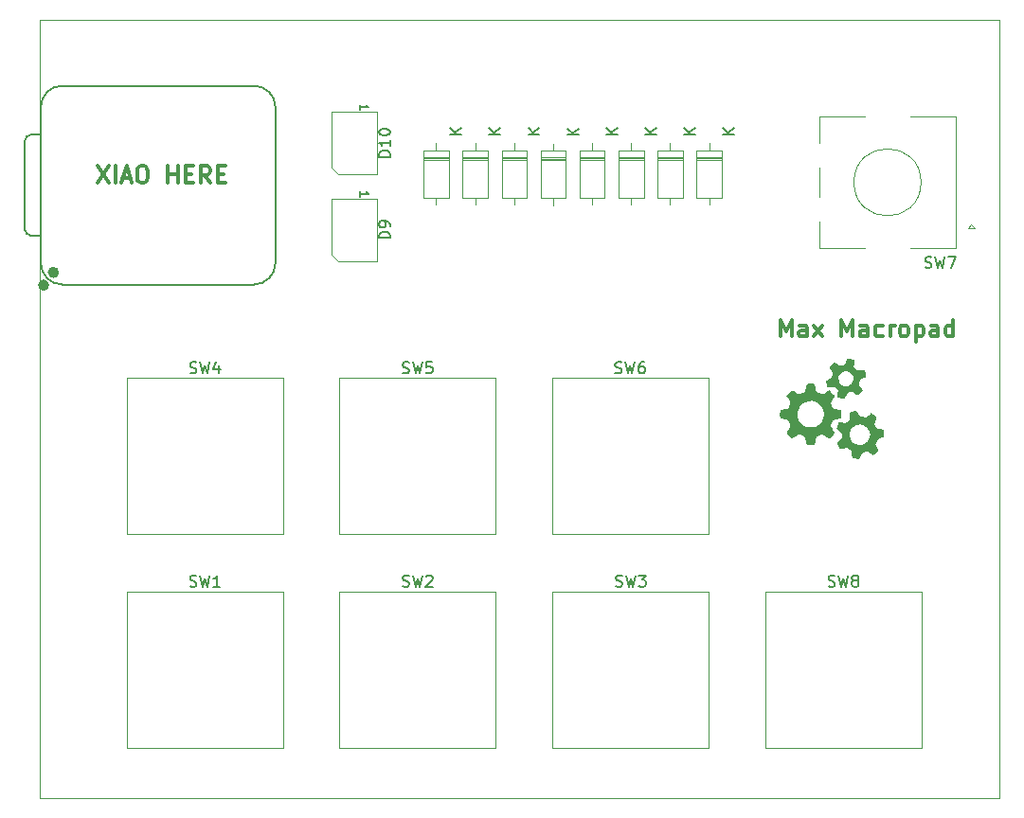
<source format=gto>
%TF.GenerationSoftware,KiCad,Pcbnew,9.0.7*%
%TF.CreationDate,2026-02-20T22:18:56+01:00*%
%TF.ProjectId,Schematic.kicad_pcb_2,53636865-6d61-4746-9963-2e6b69636164,rev?*%
%TF.SameCoordinates,Original*%
%TF.FileFunction,Legend,Top*%
%TF.FilePolarity,Positive*%
%FSLAX46Y46*%
G04 Gerber Fmt 4.6, Leading zero omitted, Abs format (unit mm)*
G04 Created by KiCad (PCBNEW 9.0.7) date 2026-02-20 22:18:56*
%MOMM*%
%LPD*%
G01*
G04 APERTURE LIST*
%ADD10C,0.300000*%
%ADD11C,0.150000*%
%ADD12C,0.120000*%
%ADD13C,0.000000*%
%ADD14C,0.127000*%
%ADD15C,0.100000*%
%ADD16C,0.504000*%
%TA.AperFunction,Profile*%
%ADD17C,0.050000*%
%TD*%
G04 APERTURE END LIST*
D10*
X23161653Y-28050828D02*
X24161653Y-29550828D01*
X24161653Y-28050828D02*
X23161653Y-29550828D01*
X24733081Y-29550828D02*
X24733081Y-28050828D01*
X25375939Y-29122257D02*
X26090225Y-29122257D01*
X25233082Y-29550828D02*
X25733082Y-28050828D01*
X25733082Y-28050828D02*
X26233082Y-29550828D01*
X27018796Y-28050828D02*
X27304510Y-28050828D01*
X27304510Y-28050828D02*
X27447367Y-28122257D01*
X27447367Y-28122257D02*
X27590224Y-28265114D01*
X27590224Y-28265114D02*
X27661653Y-28550828D01*
X27661653Y-28550828D02*
X27661653Y-29050828D01*
X27661653Y-29050828D02*
X27590224Y-29336542D01*
X27590224Y-29336542D02*
X27447367Y-29479400D01*
X27447367Y-29479400D02*
X27304510Y-29550828D01*
X27304510Y-29550828D02*
X27018796Y-29550828D01*
X27018796Y-29550828D02*
X26875939Y-29479400D01*
X26875939Y-29479400D02*
X26733081Y-29336542D01*
X26733081Y-29336542D02*
X26661653Y-29050828D01*
X26661653Y-29050828D02*
X26661653Y-28550828D01*
X26661653Y-28550828D02*
X26733081Y-28265114D01*
X26733081Y-28265114D02*
X26875939Y-28122257D01*
X26875939Y-28122257D02*
X27018796Y-28050828D01*
X29447367Y-29550828D02*
X29447367Y-28050828D01*
X29447367Y-28765114D02*
X30304510Y-28765114D01*
X30304510Y-29550828D02*
X30304510Y-28050828D01*
X31018796Y-28765114D02*
X31518796Y-28765114D01*
X31733082Y-29550828D02*
X31018796Y-29550828D01*
X31018796Y-29550828D02*
X31018796Y-28050828D01*
X31018796Y-28050828D02*
X31733082Y-28050828D01*
X33233082Y-29550828D02*
X32733082Y-28836542D01*
X32375939Y-29550828D02*
X32375939Y-28050828D01*
X32375939Y-28050828D02*
X32947368Y-28050828D01*
X32947368Y-28050828D02*
X33090225Y-28122257D01*
X33090225Y-28122257D02*
X33161654Y-28193685D01*
X33161654Y-28193685D02*
X33233082Y-28336542D01*
X33233082Y-28336542D02*
X33233082Y-28550828D01*
X33233082Y-28550828D02*
X33161654Y-28693685D01*
X33161654Y-28693685D02*
X33090225Y-28765114D01*
X33090225Y-28765114D02*
X32947368Y-28836542D01*
X32947368Y-28836542D02*
X32375939Y-28836542D01*
X33875939Y-28765114D02*
X34375939Y-28765114D01*
X34590225Y-29550828D02*
X33875939Y-29550828D01*
X33875939Y-29550828D02*
X33875939Y-28050828D01*
X33875939Y-28050828D02*
X34590225Y-28050828D01*
X84194510Y-43290828D02*
X84194510Y-41790828D01*
X84194510Y-41790828D02*
X84694510Y-42862257D01*
X84694510Y-42862257D02*
X85194510Y-41790828D01*
X85194510Y-41790828D02*
X85194510Y-43290828D01*
X86551654Y-43290828D02*
X86551654Y-42505114D01*
X86551654Y-42505114D02*
X86480225Y-42362257D01*
X86480225Y-42362257D02*
X86337368Y-42290828D01*
X86337368Y-42290828D02*
X86051654Y-42290828D01*
X86051654Y-42290828D02*
X85908796Y-42362257D01*
X86551654Y-43219400D02*
X86408796Y-43290828D01*
X86408796Y-43290828D02*
X86051654Y-43290828D01*
X86051654Y-43290828D02*
X85908796Y-43219400D01*
X85908796Y-43219400D02*
X85837368Y-43076542D01*
X85837368Y-43076542D02*
X85837368Y-42933685D01*
X85837368Y-42933685D02*
X85908796Y-42790828D01*
X85908796Y-42790828D02*
X86051654Y-42719400D01*
X86051654Y-42719400D02*
X86408796Y-42719400D01*
X86408796Y-42719400D02*
X86551654Y-42647971D01*
X87123082Y-43290828D02*
X87908797Y-42290828D01*
X87123082Y-42290828D02*
X87908797Y-43290828D01*
X89623082Y-43290828D02*
X89623082Y-41790828D01*
X89623082Y-41790828D02*
X90123082Y-42862257D01*
X90123082Y-42862257D02*
X90623082Y-41790828D01*
X90623082Y-41790828D02*
X90623082Y-43290828D01*
X91980226Y-43290828D02*
X91980226Y-42505114D01*
X91980226Y-42505114D02*
X91908797Y-42362257D01*
X91908797Y-42362257D02*
X91765940Y-42290828D01*
X91765940Y-42290828D02*
X91480226Y-42290828D01*
X91480226Y-42290828D02*
X91337368Y-42362257D01*
X91980226Y-43219400D02*
X91837368Y-43290828D01*
X91837368Y-43290828D02*
X91480226Y-43290828D01*
X91480226Y-43290828D02*
X91337368Y-43219400D01*
X91337368Y-43219400D02*
X91265940Y-43076542D01*
X91265940Y-43076542D02*
X91265940Y-42933685D01*
X91265940Y-42933685D02*
X91337368Y-42790828D01*
X91337368Y-42790828D02*
X91480226Y-42719400D01*
X91480226Y-42719400D02*
X91837368Y-42719400D01*
X91837368Y-42719400D02*
X91980226Y-42647971D01*
X93337369Y-43219400D02*
X93194511Y-43290828D01*
X93194511Y-43290828D02*
X92908797Y-43290828D01*
X92908797Y-43290828D02*
X92765940Y-43219400D01*
X92765940Y-43219400D02*
X92694511Y-43147971D01*
X92694511Y-43147971D02*
X92623083Y-43005114D01*
X92623083Y-43005114D02*
X92623083Y-42576542D01*
X92623083Y-42576542D02*
X92694511Y-42433685D01*
X92694511Y-42433685D02*
X92765940Y-42362257D01*
X92765940Y-42362257D02*
X92908797Y-42290828D01*
X92908797Y-42290828D02*
X93194511Y-42290828D01*
X93194511Y-42290828D02*
X93337369Y-42362257D01*
X93980225Y-43290828D02*
X93980225Y-42290828D01*
X93980225Y-42576542D02*
X94051654Y-42433685D01*
X94051654Y-42433685D02*
X94123083Y-42362257D01*
X94123083Y-42362257D02*
X94265940Y-42290828D01*
X94265940Y-42290828D02*
X94408797Y-42290828D01*
X95123082Y-43290828D02*
X94980225Y-43219400D01*
X94980225Y-43219400D02*
X94908796Y-43147971D01*
X94908796Y-43147971D02*
X94837368Y-43005114D01*
X94837368Y-43005114D02*
X94837368Y-42576542D01*
X94837368Y-42576542D02*
X94908796Y-42433685D01*
X94908796Y-42433685D02*
X94980225Y-42362257D01*
X94980225Y-42362257D02*
X95123082Y-42290828D01*
X95123082Y-42290828D02*
X95337368Y-42290828D01*
X95337368Y-42290828D02*
X95480225Y-42362257D01*
X95480225Y-42362257D02*
X95551654Y-42433685D01*
X95551654Y-42433685D02*
X95623082Y-42576542D01*
X95623082Y-42576542D02*
X95623082Y-43005114D01*
X95623082Y-43005114D02*
X95551654Y-43147971D01*
X95551654Y-43147971D02*
X95480225Y-43219400D01*
X95480225Y-43219400D02*
X95337368Y-43290828D01*
X95337368Y-43290828D02*
X95123082Y-43290828D01*
X96265939Y-42290828D02*
X96265939Y-43790828D01*
X96265939Y-42362257D02*
X96408797Y-42290828D01*
X96408797Y-42290828D02*
X96694511Y-42290828D01*
X96694511Y-42290828D02*
X96837368Y-42362257D01*
X96837368Y-42362257D02*
X96908797Y-42433685D01*
X96908797Y-42433685D02*
X96980225Y-42576542D01*
X96980225Y-42576542D02*
X96980225Y-43005114D01*
X96980225Y-43005114D02*
X96908797Y-43147971D01*
X96908797Y-43147971D02*
X96837368Y-43219400D01*
X96837368Y-43219400D02*
X96694511Y-43290828D01*
X96694511Y-43290828D02*
X96408797Y-43290828D01*
X96408797Y-43290828D02*
X96265939Y-43219400D01*
X98265940Y-43290828D02*
X98265940Y-42505114D01*
X98265940Y-42505114D02*
X98194511Y-42362257D01*
X98194511Y-42362257D02*
X98051654Y-42290828D01*
X98051654Y-42290828D02*
X97765940Y-42290828D01*
X97765940Y-42290828D02*
X97623082Y-42362257D01*
X98265940Y-43219400D02*
X98123082Y-43290828D01*
X98123082Y-43290828D02*
X97765940Y-43290828D01*
X97765940Y-43290828D02*
X97623082Y-43219400D01*
X97623082Y-43219400D02*
X97551654Y-43076542D01*
X97551654Y-43076542D02*
X97551654Y-42933685D01*
X97551654Y-42933685D02*
X97623082Y-42790828D01*
X97623082Y-42790828D02*
X97765940Y-42719400D01*
X97765940Y-42719400D02*
X98123082Y-42719400D01*
X98123082Y-42719400D02*
X98265940Y-42647971D01*
X99623083Y-43290828D02*
X99623083Y-41790828D01*
X99623083Y-43219400D02*
X99480225Y-43290828D01*
X99480225Y-43290828D02*
X99194511Y-43290828D01*
X99194511Y-43290828D02*
X99051654Y-43219400D01*
X99051654Y-43219400D02*
X98980225Y-43147971D01*
X98980225Y-43147971D02*
X98908797Y-43005114D01*
X98908797Y-43005114D02*
X98908797Y-42576542D01*
X98908797Y-42576542D02*
X98980225Y-42433685D01*
X98980225Y-42433685D02*
X99051654Y-42362257D01*
X99051654Y-42362257D02*
X99194511Y-42290828D01*
X99194511Y-42290828D02*
X99480225Y-42290828D01*
X99480225Y-42290828D02*
X99623083Y-42362257D01*
D11*
X97116667Y-37107200D02*
X97259524Y-37154819D01*
X97259524Y-37154819D02*
X97497619Y-37154819D01*
X97497619Y-37154819D02*
X97592857Y-37107200D01*
X97592857Y-37107200D02*
X97640476Y-37059580D01*
X97640476Y-37059580D02*
X97688095Y-36964342D01*
X97688095Y-36964342D02*
X97688095Y-36869104D01*
X97688095Y-36869104D02*
X97640476Y-36773866D01*
X97640476Y-36773866D02*
X97592857Y-36726247D01*
X97592857Y-36726247D02*
X97497619Y-36678628D01*
X97497619Y-36678628D02*
X97307143Y-36631009D01*
X97307143Y-36631009D02*
X97211905Y-36583390D01*
X97211905Y-36583390D02*
X97164286Y-36535771D01*
X97164286Y-36535771D02*
X97116667Y-36440533D01*
X97116667Y-36440533D02*
X97116667Y-36345295D01*
X97116667Y-36345295D02*
X97164286Y-36250057D01*
X97164286Y-36250057D02*
X97211905Y-36202438D01*
X97211905Y-36202438D02*
X97307143Y-36154819D01*
X97307143Y-36154819D02*
X97545238Y-36154819D01*
X97545238Y-36154819D02*
X97688095Y-36202438D01*
X98021429Y-36154819D02*
X98259524Y-37154819D01*
X98259524Y-37154819D02*
X98450000Y-36440533D01*
X98450000Y-36440533D02*
X98640476Y-37154819D01*
X98640476Y-37154819D02*
X98878572Y-36154819D01*
X99164286Y-36154819D02*
X99830952Y-36154819D01*
X99830952Y-36154819D02*
X99402381Y-37154819D01*
X31416667Y-65613200D02*
X31559524Y-65660819D01*
X31559524Y-65660819D02*
X31797619Y-65660819D01*
X31797619Y-65660819D02*
X31892857Y-65613200D01*
X31892857Y-65613200D02*
X31940476Y-65565580D01*
X31940476Y-65565580D02*
X31988095Y-65470342D01*
X31988095Y-65470342D02*
X31988095Y-65375104D01*
X31988095Y-65375104D02*
X31940476Y-65279866D01*
X31940476Y-65279866D02*
X31892857Y-65232247D01*
X31892857Y-65232247D02*
X31797619Y-65184628D01*
X31797619Y-65184628D02*
X31607143Y-65137009D01*
X31607143Y-65137009D02*
X31511905Y-65089390D01*
X31511905Y-65089390D02*
X31464286Y-65041771D01*
X31464286Y-65041771D02*
X31416667Y-64946533D01*
X31416667Y-64946533D02*
X31416667Y-64851295D01*
X31416667Y-64851295D02*
X31464286Y-64756057D01*
X31464286Y-64756057D02*
X31511905Y-64708438D01*
X31511905Y-64708438D02*
X31607143Y-64660819D01*
X31607143Y-64660819D02*
X31845238Y-64660819D01*
X31845238Y-64660819D02*
X31988095Y-64708438D01*
X32321429Y-64660819D02*
X32559524Y-65660819D01*
X32559524Y-65660819D02*
X32750000Y-64946533D01*
X32750000Y-64946533D02*
X32940476Y-65660819D01*
X32940476Y-65660819D02*
X33178572Y-64660819D01*
X34083333Y-65660819D02*
X33511905Y-65660819D01*
X33797619Y-65660819D02*
X33797619Y-64660819D01*
X33797619Y-64660819D02*
X33702381Y-64803676D01*
X33702381Y-64803676D02*
X33607143Y-64898914D01*
X33607143Y-64898914D02*
X33511905Y-64946533D01*
X49292319Y-27214285D02*
X48292319Y-27214285D01*
X48292319Y-27214285D02*
X48292319Y-26976190D01*
X48292319Y-26976190D02*
X48339938Y-26833333D01*
X48339938Y-26833333D02*
X48435176Y-26738095D01*
X48435176Y-26738095D02*
X48530414Y-26690476D01*
X48530414Y-26690476D02*
X48720890Y-26642857D01*
X48720890Y-26642857D02*
X48863747Y-26642857D01*
X48863747Y-26642857D02*
X49054223Y-26690476D01*
X49054223Y-26690476D02*
X49149461Y-26738095D01*
X49149461Y-26738095D02*
X49244700Y-26833333D01*
X49244700Y-26833333D02*
X49292319Y-26976190D01*
X49292319Y-26976190D02*
X49292319Y-27214285D01*
X49292319Y-25690476D02*
X49292319Y-26261904D01*
X49292319Y-25976190D02*
X48292319Y-25976190D01*
X48292319Y-25976190D02*
X48435176Y-26071428D01*
X48435176Y-26071428D02*
X48530414Y-26166666D01*
X48530414Y-26166666D02*
X48578033Y-26261904D01*
X48292319Y-25071428D02*
X48292319Y-24976190D01*
X48292319Y-24976190D02*
X48339938Y-24880952D01*
X48339938Y-24880952D02*
X48387557Y-24833333D01*
X48387557Y-24833333D02*
X48482795Y-24785714D01*
X48482795Y-24785714D02*
X48673271Y-24738095D01*
X48673271Y-24738095D02*
X48911366Y-24738095D01*
X48911366Y-24738095D02*
X49101842Y-24785714D01*
X49101842Y-24785714D02*
X49197080Y-24833333D01*
X49197080Y-24833333D02*
X49244700Y-24880952D01*
X49244700Y-24880952D02*
X49292319Y-24976190D01*
X49292319Y-24976190D02*
X49292319Y-25071428D01*
X49292319Y-25071428D02*
X49244700Y-25166666D01*
X49244700Y-25166666D02*
X49197080Y-25214285D01*
X49197080Y-25214285D02*
X49101842Y-25261904D01*
X49101842Y-25261904D02*
X48911366Y-25309523D01*
X48911366Y-25309523D02*
X48673271Y-25309523D01*
X48673271Y-25309523D02*
X48482795Y-25261904D01*
X48482795Y-25261904D02*
X48387557Y-25214285D01*
X48387557Y-25214285D02*
X48339938Y-25166666D01*
X48339938Y-25166666D02*
X48292319Y-25071428D01*
X46600204Y-23028571D02*
X46600204Y-22571428D01*
X46600204Y-22800000D02*
X47400204Y-22800000D01*
X47400204Y-22800000D02*
X47285919Y-22723809D01*
X47285919Y-22723809D02*
X47209728Y-22647619D01*
X47209728Y-22647619D02*
X47171633Y-22571428D01*
X73095890Y-25201904D02*
X72095890Y-25201904D01*
X73095890Y-24630476D02*
X72524461Y-25059047D01*
X72095890Y-24630476D02*
X72667318Y-25201904D01*
X50416667Y-46533200D02*
X50559524Y-46580819D01*
X50559524Y-46580819D02*
X50797619Y-46580819D01*
X50797619Y-46580819D02*
X50892857Y-46533200D01*
X50892857Y-46533200D02*
X50940476Y-46485580D01*
X50940476Y-46485580D02*
X50988095Y-46390342D01*
X50988095Y-46390342D02*
X50988095Y-46295104D01*
X50988095Y-46295104D02*
X50940476Y-46199866D01*
X50940476Y-46199866D02*
X50892857Y-46152247D01*
X50892857Y-46152247D02*
X50797619Y-46104628D01*
X50797619Y-46104628D02*
X50607143Y-46057009D01*
X50607143Y-46057009D02*
X50511905Y-46009390D01*
X50511905Y-46009390D02*
X50464286Y-45961771D01*
X50464286Y-45961771D02*
X50416667Y-45866533D01*
X50416667Y-45866533D02*
X50416667Y-45771295D01*
X50416667Y-45771295D02*
X50464286Y-45676057D01*
X50464286Y-45676057D02*
X50511905Y-45628438D01*
X50511905Y-45628438D02*
X50607143Y-45580819D01*
X50607143Y-45580819D02*
X50845238Y-45580819D01*
X50845238Y-45580819D02*
X50988095Y-45628438D01*
X51321429Y-45580819D02*
X51559524Y-46580819D01*
X51559524Y-46580819D02*
X51750000Y-45866533D01*
X51750000Y-45866533D02*
X51940476Y-46580819D01*
X51940476Y-46580819D02*
X52178572Y-45580819D01*
X53035714Y-45580819D02*
X52559524Y-45580819D01*
X52559524Y-45580819D02*
X52511905Y-46057009D01*
X52511905Y-46057009D02*
X52559524Y-46009390D01*
X52559524Y-46009390D02*
X52654762Y-45961771D01*
X52654762Y-45961771D02*
X52892857Y-45961771D01*
X52892857Y-45961771D02*
X52988095Y-46009390D01*
X52988095Y-46009390D02*
X53035714Y-46057009D01*
X53035714Y-46057009D02*
X53083333Y-46152247D01*
X53083333Y-46152247D02*
X53083333Y-46390342D01*
X53083333Y-46390342D02*
X53035714Y-46485580D01*
X53035714Y-46485580D02*
X52988095Y-46533200D01*
X52988095Y-46533200D02*
X52892857Y-46580819D01*
X52892857Y-46580819D02*
X52654762Y-46580819D01*
X52654762Y-46580819D02*
X52559524Y-46533200D01*
X52559524Y-46533200D02*
X52511905Y-46485580D01*
X50416667Y-65613200D02*
X50559524Y-65660819D01*
X50559524Y-65660819D02*
X50797619Y-65660819D01*
X50797619Y-65660819D02*
X50892857Y-65613200D01*
X50892857Y-65613200D02*
X50940476Y-65565580D01*
X50940476Y-65565580D02*
X50988095Y-65470342D01*
X50988095Y-65470342D02*
X50988095Y-65375104D01*
X50988095Y-65375104D02*
X50940476Y-65279866D01*
X50940476Y-65279866D02*
X50892857Y-65232247D01*
X50892857Y-65232247D02*
X50797619Y-65184628D01*
X50797619Y-65184628D02*
X50607143Y-65137009D01*
X50607143Y-65137009D02*
X50511905Y-65089390D01*
X50511905Y-65089390D02*
X50464286Y-65041771D01*
X50464286Y-65041771D02*
X50416667Y-64946533D01*
X50416667Y-64946533D02*
X50416667Y-64851295D01*
X50416667Y-64851295D02*
X50464286Y-64756057D01*
X50464286Y-64756057D02*
X50511905Y-64708438D01*
X50511905Y-64708438D02*
X50607143Y-64660819D01*
X50607143Y-64660819D02*
X50845238Y-64660819D01*
X50845238Y-64660819D02*
X50988095Y-64708438D01*
X51321429Y-64660819D02*
X51559524Y-65660819D01*
X51559524Y-65660819D02*
X51750000Y-64946533D01*
X51750000Y-64946533D02*
X51940476Y-65660819D01*
X51940476Y-65660819D02*
X52178572Y-64660819D01*
X52511905Y-64756057D02*
X52559524Y-64708438D01*
X52559524Y-64708438D02*
X52654762Y-64660819D01*
X52654762Y-64660819D02*
X52892857Y-64660819D01*
X52892857Y-64660819D02*
X52988095Y-64708438D01*
X52988095Y-64708438D02*
X53035714Y-64756057D01*
X53035714Y-64756057D02*
X53083333Y-64851295D01*
X53083333Y-64851295D02*
X53083333Y-64946533D01*
X53083333Y-64946533D02*
X53035714Y-65089390D01*
X53035714Y-65089390D02*
X52464286Y-65660819D01*
X52464286Y-65660819D02*
X53083333Y-65660819D01*
X69476667Y-65613200D02*
X69619524Y-65660819D01*
X69619524Y-65660819D02*
X69857619Y-65660819D01*
X69857619Y-65660819D02*
X69952857Y-65613200D01*
X69952857Y-65613200D02*
X70000476Y-65565580D01*
X70000476Y-65565580D02*
X70048095Y-65470342D01*
X70048095Y-65470342D02*
X70048095Y-65375104D01*
X70048095Y-65375104D02*
X70000476Y-65279866D01*
X70000476Y-65279866D02*
X69952857Y-65232247D01*
X69952857Y-65232247D02*
X69857619Y-65184628D01*
X69857619Y-65184628D02*
X69667143Y-65137009D01*
X69667143Y-65137009D02*
X69571905Y-65089390D01*
X69571905Y-65089390D02*
X69524286Y-65041771D01*
X69524286Y-65041771D02*
X69476667Y-64946533D01*
X69476667Y-64946533D02*
X69476667Y-64851295D01*
X69476667Y-64851295D02*
X69524286Y-64756057D01*
X69524286Y-64756057D02*
X69571905Y-64708438D01*
X69571905Y-64708438D02*
X69667143Y-64660819D01*
X69667143Y-64660819D02*
X69905238Y-64660819D01*
X69905238Y-64660819D02*
X70048095Y-64708438D01*
X70381429Y-64660819D02*
X70619524Y-65660819D01*
X70619524Y-65660819D02*
X70810000Y-64946533D01*
X70810000Y-64946533D02*
X71000476Y-65660819D01*
X71000476Y-65660819D02*
X71238572Y-64660819D01*
X71524286Y-64660819D02*
X72143333Y-64660819D01*
X72143333Y-64660819D02*
X71810000Y-65041771D01*
X71810000Y-65041771D02*
X71952857Y-65041771D01*
X71952857Y-65041771D02*
X72048095Y-65089390D01*
X72048095Y-65089390D02*
X72095714Y-65137009D01*
X72095714Y-65137009D02*
X72143333Y-65232247D01*
X72143333Y-65232247D02*
X72143333Y-65470342D01*
X72143333Y-65470342D02*
X72095714Y-65565580D01*
X72095714Y-65565580D02*
X72048095Y-65613200D01*
X72048095Y-65613200D02*
X71952857Y-65660819D01*
X71952857Y-65660819D02*
X71667143Y-65660819D01*
X71667143Y-65660819D02*
X71571905Y-65613200D01*
X71571905Y-65613200D02*
X71524286Y-65565580D01*
X88476667Y-65613200D02*
X88619524Y-65660819D01*
X88619524Y-65660819D02*
X88857619Y-65660819D01*
X88857619Y-65660819D02*
X88952857Y-65613200D01*
X88952857Y-65613200D02*
X89000476Y-65565580D01*
X89000476Y-65565580D02*
X89048095Y-65470342D01*
X89048095Y-65470342D02*
X89048095Y-65375104D01*
X89048095Y-65375104D02*
X89000476Y-65279866D01*
X89000476Y-65279866D02*
X88952857Y-65232247D01*
X88952857Y-65232247D02*
X88857619Y-65184628D01*
X88857619Y-65184628D02*
X88667143Y-65137009D01*
X88667143Y-65137009D02*
X88571905Y-65089390D01*
X88571905Y-65089390D02*
X88524286Y-65041771D01*
X88524286Y-65041771D02*
X88476667Y-64946533D01*
X88476667Y-64946533D02*
X88476667Y-64851295D01*
X88476667Y-64851295D02*
X88524286Y-64756057D01*
X88524286Y-64756057D02*
X88571905Y-64708438D01*
X88571905Y-64708438D02*
X88667143Y-64660819D01*
X88667143Y-64660819D02*
X88905238Y-64660819D01*
X88905238Y-64660819D02*
X89048095Y-64708438D01*
X89381429Y-64660819D02*
X89619524Y-65660819D01*
X89619524Y-65660819D02*
X89810000Y-64946533D01*
X89810000Y-64946533D02*
X90000476Y-65660819D01*
X90000476Y-65660819D02*
X90238572Y-64660819D01*
X90762381Y-65089390D02*
X90667143Y-65041771D01*
X90667143Y-65041771D02*
X90619524Y-64994152D01*
X90619524Y-64994152D02*
X90571905Y-64898914D01*
X90571905Y-64898914D02*
X90571905Y-64851295D01*
X90571905Y-64851295D02*
X90619524Y-64756057D01*
X90619524Y-64756057D02*
X90667143Y-64708438D01*
X90667143Y-64708438D02*
X90762381Y-64660819D01*
X90762381Y-64660819D02*
X90952857Y-64660819D01*
X90952857Y-64660819D02*
X91048095Y-64708438D01*
X91048095Y-64708438D02*
X91095714Y-64756057D01*
X91095714Y-64756057D02*
X91143333Y-64851295D01*
X91143333Y-64851295D02*
X91143333Y-64898914D01*
X91143333Y-64898914D02*
X91095714Y-64994152D01*
X91095714Y-64994152D02*
X91048095Y-65041771D01*
X91048095Y-65041771D02*
X90952857Y-65089390D01*
X90952857Y-65089390D02*
X90762381Y-65089390D01*
X90762381Y-65089390D02*
X90667143Y-65137009D01*
X90667143Y-65137009D02*
X90619524Y-65184628D01*
X90619524Y-65184628D02*
X90571905Y-65279866D01*
X90571905Y-65279866D02*
X90571905Y-65470342D01*
X90571905Y-65470342D02*
X90619524Y-65565580D01*
X90619524Y-65565580D02*
X90667143Y-65613200D01*
X90667143Y-65613200D02*
X90762381Y-65660819D01*
X90762381Y-65660819D02*
X90952857Y-65660819D01*
X90952857Y-65660819D02*
X91048095Y-65613200D01*
X91048095Y-65613200D02*
X91095714Y-65565580D01*
X91095714Y-65565580D02*
X91143333Y-65470342D01*
X91143333Y-65470342D02*
X91143333Y-65279866D01*
X91143333Y-65279866D02*
X91095714Y-65184628D01*
X91095714Y-65184628D02*
X91048095Y-65137009D01*
X91048095Y-65137009D02*
X90952857Y-65089390D01*
X69610176Y-25201904D02*
X68610176Y-25201904D01*
X69610176Y-24630476D02*
X69038747Y-25059047D01*
X68610176Y-24630476D02*
X69181604Y-25201904D01*
X69416667Y-46533200D02*
X69559524Y-46580819D01*
X69559524Y-46580819D02*
X69797619Y-46580819D01*
X69797619Y-46580819D02*
X69892857Y-46533200D01*
X69892857Y-46533200D02*
X69940476Y-46485580D01*
X69940476Y-46485580D02*
X69988095Y-46390342D01*
X69988095Y-46390342D02*
X69988095Y-46295104D01*
X69988095Y-46295104D02*
X69940476Y-46199866D01*
X69940476Y-46199866D02*
X69892857Y-46152247D01*
X69892857Y-46152247D02*
X69797619Y-46104628D01*
X69797619Y-46104628D02*
X69607143Y-46057009D01*
X69607143Y-46057009D02*
X69511905Y-46009390D01*
X69511905Y-46009390D02*
X69464286Y-45961771D01*
X69464286Y-45961771D02*
X69416667Y-45866533D01*
X69416667Y-45866533D02*
X69416667Y-45771295D01*
X69416667Y-45771295D02*
X69464286Y-45676057D01*
X69464286Y-45676057D02*
X69511905Y-45628438D01*
X69511905Y-45628438D02*
X69607143Y-45580819D01*
X69607143Y-45580819D02*
X69845238Y-45580819D01*
X69845238Y-45580819D02*
X69988095Y-45628438D01*
X70321429Y-45580819D02*
X70559524Y-46580819D01*
X70559524Y-46580819D02*
X70750000Y-45866533D01*
X70750000Y-45866533D02*
X70940476Y-46580819D01*
X70940476Y-46580819D02*
X71178572Y-45580819D01*
X71988095Y-45580819D02*
X71797619Y-45580819D01*
X71797619Y-45580819D02*
X71702381Y-45628438D01*
X71702381Y-45628438D02*
X71654762Y-45676057D01*
X71654762Y-45676057D02*
X71559524Y-45818914D01*
X71559524Y-45818914D02*
X71511905Y-46009390D01*
X71511905Y-46009390D02*
X71511905Y-46390342D01*
X71511905Y-46390342D02*
X71559524Y-46485580D01*
X71559524Y-46485580D02*
X71607143Y-46533200D01*
X71607143Y-46533200D02*
X71702381Y-46580819D01*
X71702381Y-46580819D02*
X71892857Y-46580819D01*
X71892857Y-46580819D02*
X71988095Y-46533200D01*
X71988095Y-46533200D02*
X72035714Y-46485580D01*
X72035714Y-46485580D02*
X72083333Y-46390342D01*
X72083333Y-46390342D02*
X72083333Y-46152247D01*
X72083333Y-46152247D02*
X72035714Y-46057009D01*
X72035714Y-46057009D02*
X71988095Y-46009390D01*
X71988095Y-46009390D02*
X71892857Y-45961771D01*
X71892857Y-45961771D02*
X71702381Y-45961771D01*
X71702381Y-45961771D02*
X71607143Y-46009390D01*
X71607143Y-46009390D02*
X71559524Y-46057009D01*
X71559524Y-46057009D02*
X71511905Y-46152247D01*
X62638748Y-25201904D02*
X61638748Y-25201904D01*
X62638748Y-24630476D02*
X62067319Y-25059047D01*
X61638748Y-24630476D02*
X62210176Y-25201904D01*
X80067319Y-25201904D02*
X79067319Y-25201904D01*
X80067319Y-24630476D02*
X79495890Y-25059047D01*
X79067319Y-24630476D02*
X79638747Y-25201904D01*
X76581605Y-25201904D02*
X75581605Y-25201904D01*
X76581605Y-24630476D02*
X76010176Y-25059047D01*
X75581605Y-24630476D02*
X76153033Y-25201904D01*
X49292319Y-34488094D02*
X48292319Y-34488094D01*
X48292319Y-34488094D02*
X48292319Y-34249999D01*
X48292319Y-34249999D02*
X48339938Y-34107142D01*
X48339938Y-34107142D02*
X48435176Y-34011904D01*
X48435176Y-34011904D02*
X48530414Y-33964285D01*
X48530414Y-33964285D02*
X48720890Y-33916666D01*
X48720890Y-33916666D02*
X48863747Y-33916666D01*
X48863747Y-33916666D02*
X49054223Y-33964285D01*
X49054223Y-33964285D02*
X49149461Y-34011904D01*
X49149461Y-34011904D02*
X49244700Y-34107142D01*
X49244700Y-34107142D02*
X49292319Y-34249999D01*
X49292319Y-34249999D02*
X49292319Y-34488094D01*
X49292319Y-33440475D02*
X49292319Y-33249999D01*
X49292319Y-33249999D02*
X49244700Y-33154761D01*
X49244700Y-33154761D02*
X49197080Y-33107142D01*
X49197080Y-33107142D02*
X49054223Y-33011904D01*
X49054223Y-33011904D02*
X48863747Y-32964285D01*
X48863747Y-32964285D02*
X48482795Y-32964285D01*
X48482795Y-32964285D02*
X48387557Y-33011904D01*
X48387557Y-33011904D02*
X48339938Y-33059523D01*
X48339938Y-33059523D02*
X48292319Y-33154761D01*
X48292319Y-33154761D02*
X48292319Y-33345237D01*
X48292319Y-33345237D02*
X48339938Y-33440475D01*
X48339938Y-33440475D02*
X48387557Y-33488094D01*
X48387557Y-33488094D02*
X48482795Y-33535713D01*
X48482795Y-33535713D02*
X48720890Y-33535713D01*
X48720890Y-33535713D02*
X48816128Y-33488094D01*
X48816128Y-33488094D02*
X48863747Y-33440475D01*
X48863747Y-33440475D02*
X48911366Y-33345237D01*
X48911366Y-33345237D02*
X48911366Y-33154761D01*
X48911366Y-33154761D02*
X48863747Y-33059523D01*
X48863747Y-33059523D02*
X48816128Y-33011904D01*
X48816128Y-33011904D02*
X48720890Y-32964285D01*
X46600204Y-30778571D02*
X46600204Y-30321428D01*
X46600204Y-30550000D02*
X47400204Y-30550000D01*
X47400204Y-30550000D02*
X47285919Y-30473809D01*
X47285919Y-30473809D02*
X47209728Y-30397619D01*
X47209728Y-30397619D02*
X47171633Y-30321428D01*
X66124462Y-25261904D02*
X65124462Y-25261904D01*
X66124462Y-24690476D02*
X65553033Y-25119047D01*
X65124462Y-24690476D02*
X65695890Y-25261904D01*
X31416667Y-46533200D02*
X31559524Y-46580819D01*
X31559524Y-46580819D02*
X31797619Y-46580819D01*
X31797619Y-46580819D02*
X31892857Y-46533200D01*
X31892857Y-46533200D02*
X31940476Y-46485580D01*
X31940476Y-46485580D02*
X31988095Y-46390342D01*
X31988095Y-46390342D02*
X31988095Y-46295104D01*
X31988095Y-46295104D02*
X31940476Y-46199866D01*
X31940476Y-46199866D02*
X31892857Y-46152247D01*
X31892857Y-46152247D02*
X31797619Y-46104628D01*
X31797619Y-46104628D02*
X31607143Y-46057009D01*
X31607143Y-46057009D02*
X31511905Y-46009390D01*
X31511905Y-46009390D02*
X31464286Y-45961771D01*
X31464286Y-45961771D02*
X31416667Y-45866533D01*
X31416667Y-45866533D02*
X31416667Y-45771295D01*
X31416667Y-45771295D02*
X31464286Y-45676057D01*
X31464286Y-45676057D02*
X31511905Y-45628438D01*
X31511905Y-45628438D02*
X31607143Y-45580819D01*
X31607143Y-45580819D02*
X31845238Y-45580819D01*
X31845238Y-45580819D02*
X31988095Y-45628438D01*
X32321429Y-45580819D02*
X32559524Y-46580819D01*
X32559524Y-46580819D02*
X32750000Y-45866533D01*
X32750000Y-45866533D02*
X32940476Y-46580819D01*
X32940476Y-46580819D02*
X33178572Y-45580819D01*
X33988095Y-45914152D02*
X33988095Y-46580819D01*
X33750000Y-45533200D02*
X33511905Y-46247485D01*
X33511905Y-46247485D02*
X34130952Y-46247485D01*
X55667319Y-25201904D02*
X54667319Y-25201904D01*
X55667319Y-24630476D02*
X55095890Y-25059047D01*
X54667319Y-24630476D02*
X55238747Y-25201904D01*
X59153033Y-25201904D02*
X58153033Y-25201904D01*
X59153033Y-24630476D02*
X58581604Y-25059047D01*
X58153033Y-24630476D02*
X58724461Y-25201904D01*
D12*
%TO.C,SW7*%
X87650000Y-23600000D02*
X91750000Y-23600000D01*
X87650000Y-26000000D02*
X87650000Y-23600000D01*
X87650000Y-30800000D02*
X87650000Y-28200000D01*
X87650000Y-35400000D02*
X87650000Y-33000000D01*
X91750000Y-35400000D02*
X87650000Y-35400000D01*
X95750000Y-23600000D02*
X99850000Y-23600000D01*
X95750000Y-35400000D02*
X99850000Y-35400000D01*
X99850000Y-35400000D02*
X99850000Y-23600000D01*
X100950000Y-33600000D02*
X101250000Y-33300000D01*
X101250000Y-33300000D02*
X101550000Y-33600000D01*
X101550000Y-33600000D02*
X100950000Y-33600000D01*
X96750000Y-29500000D02*
G75*
G02*
X90750000Y-29500000I-3000000J0D01*
G01*
X90750000Y-29500000D02*
G75*
G02*
X96750000Y-29500000I3000000J0D01*
G01*
%TO.C,SW1*%
X25765000Y-66095000D02*
X39735000Y-66095000D01*
X25765000Y-80065000D02*
X25765000Y-66095000D01*
X39735000Y-66095000D02*
X39735000Y-80065000D01*
X39735000Y-80065000D02*
X25765000Y-80065000D01*
%TO.C,D10*%
X44087500Y-23200000D02*
X44087500Y-28200000D01*
X44687500Y-28800000D02*
X44087500Y-28200000D01*
X44687500Y-28800000D02*
X48087500Y-28800000D01*
X48087500Y-23200000D02*
X44087500Y-23200000D01*
X48087500Y-23200000D02*
X48087500Y-28800000D01*
%TO.C,D3*%
X70841071Y-25980000D02*
X70841071Y-26630000D01*
X70841071Y-31520000D02*
X70841071Y-30870000D01*
X71961071Y-27230000D02*
X69721071Y-27230000D01*
X71961071Y-27350000D02*
X69721071Y-27350000D01*
X71961071Y-27470000D02*
X69721071Y-27470000D01*
X71961071Y-26630000D02*
X69721071Y-26630000D01*
X69721071Y-30870000D01*
X71961071Y-30870000D01*
X71961071Y-26630000D01*
%TO.C,SW5*%
X44765000Y-47015000D02*
X58735000Y-47015000D01*
X44765000Y-60985000D02*
X44765000Y-47015000D01*
X58735000Y-47015000D02*
X58735000Y-60985000D01*
X58735000Y-60985000D02*
X44765000Y-60985000D01*
D13*
%TO.C,G\u002A\u002A\u002A*%
G36*
X90282114Y-45272011D02*
G01*
X90375933Y-45290803D01*
X90481972Y-45315650D01*
X90587715Y-45343488D01*
X90680646Y-45371255D01*
X90748251Y-45395887D01*
X90774246Y-45409985D01*
X90796393Y-45460773D01*
X90794813Y-45544532D01*
X90785379Y-45628263D01*
X90774196Y-45737489D01*
X90765551Y-45828401D01*
X90749405Y-46005676D01*
X90908172Y-46162972D01*
X91066939Y-46320269D01*
X91384497Y-46311005D01*
X91702054Y-46301741D01*
X91776242Y-46574999D01*
X91806983Y-46698362D01*
X91826317Y-46797597D01*
X91832568Y-46862976D01*
X91829159Y-46882207D01*
X91796855Y-46907675D01*
X91728991Y-46946377D01*
X91638017Y-46991440D01*
X91599692Y-47008928D01*
X91498999Y-47056449D01*
X91412570Y-47102024D01*
X91354857Y-47137874D01*
X91344461Y-47146352D01*
X91320431Y-47186793D01*
X91289248Y-47262087D01*
X91256100Y-47356521D01*
X91226174Y-47454383D01*
X91204655Y-47539961D01*
X91196757Y-47593788D01*
X91211120Y-47620334D01*
X91250377Y-47679290D01*
X91308201Y-47761415D01*
X91365470Y-47840160D01*
X91434035Y-47935211D01*
X91489251Y-48015598D01*
X91524735Y-48071776D01*
X91534630Y-48093058D01*
X91516905Y-48123312D01*
X91469972Y-48179139D01*
X91403195Y-48251167D01*
X91325938Y-48330028D01*
X91247563Y-48406352D01*
X91177436Y-48470767D01*
X91124919Y-48513905D01*
X91101143Y-48526843D01*
X91066791Y-48512789D01*
X91000365Y-48474764D01*
X90912202Y-48418971D01*
X90834694Y-48366904D01*
X90602339Y-48206965D01*
X90411805Y-48256300D01*
X90310711Y-48287419D01*
X90223735Y-48322947D01*
X90168615Y-48355562D01*
X90166264Y-48357683D01*
X90129739Y-48406011D01*
X90082828Y-48486852D01*
X90034531Y-48584416D01*
X90025334Y-48604917D01*
X89974810Y-48720200D01*
X89935502Y-48797579D01*
X89896383Y-48841926D01*
X89846427Y-48858115D01*
X89774608Y-48851019D01*
X89669901Y-48825513D01*
X89580163Y-48801680D01*
X89475848Y-48773026D01*
X89389122Y-48746877D01*
X89333678Y-48727454D01*
X89323286Y-48722489D01*
X89309035Y-48700510D01*
X89301609Y-48651527D01*
X89300662Y-48568004D01*
X89305847Y-48442407D01*
X89308375Y-48398265D01*
X89326507Y-48094464D01*
X89161954Y-47943455D01*
X88997400Y-47792446D01*
X88763095Y-47809748D01*
X88654095Y-47818659D01*
X88562383Y-47827734D01*
X88502248Y-47835495D01*
X88489753Y-47838033D01*
X88433552Y-47835217D01*
X88416480Y-47827501D01*
X88397751Y-47796647D01*
X88369453Y-47728370D01*
X88335778Y-47635446D01*
X88300917Y-47530650D01*
X88269063Y-47426755D01*
X88244406Y-47336538D01*
X88231139Y-47272773D01*
X88229962Y-47259052D01*
X88251957Y-47236060D01*
X88312072Y-47197335D01*
X88400925Y-47148426D01*
X88501155Y-47098652D01*
X88592066Y-47055058D01*
X89375161Y-47055058D01*
X89399176Y-47238106D01*
X89465347Y-47399086D01*
X89566957Y-47533471D01*
X89697288Y-47636730D01*
X89849624Y-47704334D01*
X90017248Y-47731754D01*
X90193443Y-47714460D01*
X90302094Y-47680087D01*
X90445837Y-47595521D01*
X90561312Y-47475156D01*
X90644944Y-47329009D01*
X90693159Y-47167100D01*
X90702383Y-46999448D01*
X90669042Y-46836070D01*
X90632506Y-46753930D01*
X90527505Y-46606695D01*
X90399813Y-46499528D01*
X90256374Y-46430764D01*
X90104131Y-46398741D01*
X89950029Y-46401794D01*
X89801011Y-46438263D01*
X89664023Y-46506482D01*
X89546007Y-46604790D01*
X89453909Y-46731523D01*
X89394671Y-46885018D01*
X89375161Y-47055058D01*
X88592066Y-47055058D01*
X88617821Y-47042708D01*
X88696244Y-47001665D01*
X88745329Y-46968374D01*
X88773981Y-46935685D01*
X88791105Y-46896448D01*
X88802104Y-46857017D01*
X88826929Y-46761921D01*
X88851220Y-46669655D01*
X88855618Y-46653073D01*
X88870343Y-46594089D01*
X88874764Y-46548372D01*
X88864650Y-46504353D01*
X88835774Y-46450463D01*
X88783906Y-46375136D01*
X88723974Y-46292974D01*
X88657943Y-46198506D01*
X88605735Y-46115590D01*
X88574123Y-46055458D01*
X88567827Y-46034014D01*
X88585467Y-45998046D01*
X88633286Y-45935621D01*
X88703636Y-45856035D01*
X88775117Y-45782150D01*
X88982408Y-45576076D01*
X89215328Y-45737218D01*
X89316315Y-45803451D01*
X89407160Y-45856479D01*
X89476329Y-45889937D01*
X89507304Y-45898360D01*
X89582029Y-45889908D01*
X89677833Y-45868093D01*
X89777364Y-45838226D01*
X89863267Y-45805617D01*
X89918191Y-45775575D01*
X89923229Y-45771076D01*
X89951787Y-45729305D01*
X89993387Y-45652964D01*
X90040924Y-45555476D01*
X90062489Y-45507991D01*
X90107679Y-45408600D01*
X90146774Y-45327164D01*
X90173943Y-45275629D01*
X90181199Y-45264843D01*
X90213031Y-45262336D01*
X90282114Y-45272011D01*
G37*
G36*
X91004484Y-49928146D02*
G01*
X91047134Y-49985990D01*
X91101878Y-50071555D01*
X91156871Y-50165676D01*
X91225072Y-50284541D01*
X91280855Y-50366703D01*
X91336580Y-50420257D01*
X91404605Y-50453298D01*
X91497291Y-50473921D01*
X91626997Y-50490222D01*
X91657470Y-50493567D01*
X91819347Y-50511259D01*
X92032552Y-50325814D01*
X92122582Y-50250135D01*
X92200633Y-50189361D01*
X92257145Y-50150648D01*
X92280268Y-50140368D01*
X92317905Y-50155411D01*
X92384806Y-50195182D01*
X92469793Y-50251644D01*
X92561688Y-50316759D01*
X92649313Y-50382492D01*
X92721491Y-50440803D01*
X92767043Y-50483657D01*
X92776496Y-50497163D01*
X92773652Y-50537135D01*
X92753588Y-50612117D01*
X92720016Y-50709463D01*
X92696627Y-50769211D01*
X92655080Y-50877642D01*
X92622758Y-50974702D01*
X92604263Y-51045924D01*
X92601638Y-51067708D01*
X92614510Y-51124287D01*
X92648005Y-51205512D01*
X92687743Y-51281071D01*
X92734900Y-51364057D01*
X92772121Y-51433550D01*
X92789697Y-51470669D01*
X92816290Y-51495328D01*
X92880453Y-51518931D01*
X92987906Y-51543288D01*
X93061431Y-51556618D01*
X93204393Y-51580836D01*
X93304660Y-51601689D01*
X93370289Y-51627361D01*
X93409335Y-51666035D01*
X93429855Y-51725894D01*
X93439907Y-51815121D01*
X93447546Y-51941900D01*
X93448002Y-51949261D01*
X93453668Y-52071196D01*
X93454706Y-52172956D01*
X93451244Y-52243692D01*
X93444174Y-52272062D01*
X93409863Y-52287773D01*
X93338685Y-52312122D01*
X93244135Y-52340596D01*
X93213216Y-52349272D01*
X93077169Y-52387436D01*
X92981416Y-52418370D01*
X92916084Y-52448721D01*
X92871301Y-52485133D01*
X92837195Y-52534253D01*
X92803893Y-52602727D01*
X92789787Y-52634326D01*
X92738057Y-52751723D01*
X92706757Y-52836229D01*
X92696399Y-52903040D01*
X92707496Y-52967353D01*
X92740561Y-53044366D01*
X92796107Y-53149274D01*
X92807899Y-53171118D01*
X92862343Y-53275583D01*
X92905877Y-53365719D01*
X92933231Y-53430204D01*
X92939958Y-53454882D01*
X92921626Y-53484598D01*
X92872957Y-53538981D01*
X92803439Y-53609183D01*
X92722560Y-53686360D01*
X92639811Y-53761666D01*
X92564678Y-53826256D01*
X92506652Y-53871284D01*
X92475437Y-53887909D01*
X92446528Y-53873647D01*
X92385465Y-53835150D01*
X92302148Y-53778851D01*
X92235139Y-53731761D01*
X92116525Y-53651084D01*
X92022559Y-53601390D01*
X91938074Y-53580134D01*
X91847903Y-53584771D01*
X91736882Y-53612759D01*
X91664753Y-53636072D01*
X91597326Y-53659269D01*
X91546167Y-53682039D01*
X91505056Y-53712147D01*
X91467772Y-53757363D01*
X91428092Y-53825454D01*
X91379797Y-53924186D01*
X91316663Y-54061328D01*
X91306717Y-54083093D01*
X91272133Y-54156087D01*
X91240411Y-54204636D01*
X91201461Y-54231553D01*
X91145197Y-54239649D01*
X91061529Y-54231736D01*
X90940370Y-54210624D01*
X90885863Y-54200377D01*
X90744649Y-54169466D01*
X90652500Y-54138876D01*
X90606447Y-54107618D01*
X90606098Y-54107148D01*
X90586096Y-54049941D01*
X90574432Y-53948304D01*
X90571720Y-53847781D01*
X90568441Y-53737162D01*
X90559764Y-53637714D01*
X90547434Y-53568126D01*
X90544878Y-53559979D01*
X90509594Y-53507860D01*
X90442962Y-53444084D01*
X90357489Y-53377314D01*
X90265684Y-53316210D01*
X90180054Y-53269435D01*
X90113107Y-53245651D01*
X90090265Y-53245148D01*
X90042456Y-53256835D01*
X89959264Y-53278418D01*
X89855504Y-53306030D01*
X89810384Y-53318215D01*
X89682230Y-53349634D01*
X89596467Y-53362331D01*
X89547227Y-53357090D01*
X89541538Y-53354145D01*
X89513076Y-53321468D01*
X89467847Y-53253085D01*
X89412596Y-53159728D01*
X89365989Y-53074799D01*
X89231454Y-52821323D01*
X89462683Y-52607523D01*
X89693913Y-52393722D01*
X89677920Y-52168412D01*
X89669106Y-52061843D01*
X89668352Y-52054889D01*
X90372602Y-52054889D01*
X90387581Y-52243655D01*
X90437188Y-52414222D01*
X90444507Y-52430532D01*
X90561609Y-52625782D01*
X90711990Y-52781044D01*
X90895960Y-52896605D01*
X90988254Y-52935176D01*
X91135902Y-52967768D01*
X91306898Y-52972520D01*
X91481514Y-52950804D01*
X91640021Y-52903996D01*
X91677668Y-52887150D01*
X91855471Y-52773712D01*
X91997264Y-52629449D01*
X92101786Y-52461653D01*
X92167773Y-52277617D01*
X92193964Y-52084634D01*
X92179096Y-51889996D01*
X92121908Y-51700996D01*
X92021136Y-51524926D01*
X91931476Y-51420680D01*
X91840361Y-51343677D01*
X91731362Y-51270773D01*
X91669867Y-51237830D01*
X91589740Y-51203660D01*
X91516207Y-51182827D01*
X91431580Y-51172238D01*
X91318170Y-51168802D01*
X91274384Y-51168705D01*
X91149808Y-51170791D01*
X91059779Y-51178738D01*
X90986866Y-51195736D01*
X90913637Y-51224978D01*
X90880298Y-51240844D01*
X90715931Y-51348097D01*
X90571965Y-51495186D01*
X90459156Y-51670798D01*
X90446335Y-51697285D01*
X90392202Y-51866555D01*
X90372602Y-52054889D01*
X89668352Y-52054889D01*
X89659474Y-51973066D01*
X89650678Y-51916558D01*
X89648035Y-51906900D01*
X89621901Y-51877477D01*
X89562442Y-51826882D01*
X89479444Y-51763101D01*
X89413280Y-51715376D01*
X89303626Y-51634747D01*
X89234030Y-51574331D01*
X89199110Y-51528959D01*
X89192417Y-51503132D01*
X89203137Y-51450967D01*
X89231261Y-51366770D01*
X89270741Y-51264972D01*
X89315525Y-51160004D01*
X89359563Y-51066300D01*
X89396804Y-50998290D01*
X89413585Y-50975600D01*
X89436483Y-50960166D01*
X89472834Y-50953651D01*
X89532641Y-50956336D01*
X89625907Y-50968498D01*
X89725624Y-50984301D01*
X89853238Y-51004857D01*
X89943839Y-51014157D01*
X90011990Y-51007969D01*
X90072250Y-50982064D01*
X90139182Y-50932212D01*
X90227345Y-50854182D01*
X90252919Y-50831119D01*
X90389548Y-50708086D01*
X90389548Y-50399738D01*
X90391648Y-50250589D01*
X90398248Y-50148747D01*
X90409802Y-50089628D01*
X90422079Y-50070511D01*
X90460071Y-50054840D01*
X90534638Y-50029925D01*
X90632023Y-49999791D01*
X90738473Y-49968466D01*
X90840233Y-49939977D01*
X90923548Y-49918351D01*
X90974663Y-49907615D01*
X90980143Y-49907117D01*
X91004484Y-49928146D01*
G37*
G36*
X87037818Y-47513775D02*
G01*
X87142775Y-47519817D01*
X87207242Y-47530565D01*
X87236322Y-47545799D01*
X87252444Y-47583454D01*
X87275512Y-47660879D01*
X87302442Y-47766770D01*
X87330053Y-47889360D01*
X87365811Y-48042368D01*
X87399629Y-48156286D01*
X87429867Y-48225952D01*
X87441722Y-48241353D01*
X87497899Y-48278574D01*
X87586285Y-48322388D01*
X87690099Y-48366067D01*
X87792560Y-48402883D01*
X87876888Y-48426107D01*
X87914022Y-48430727D01*
X87963519Y-48416517D01*
X88045526Y-48378010D01*
X88149723Y-48320485D01*
X88253288Y-48257230D01*
X88359561Y-48190884D01*
X88451176Y-48136328D01*
X88518646Y-48099031D01*
X88552486Y-48084459D01*
X88553113Y-48084425D01*
X88584851Y-48102533D01*
X88642125Y-48150884D01*
X88716228Y-48220525D01*
X88798455Y-48302500D01*
X88880100Y-48387853D01*
X88952455Y-48467629D01*
X89006817Y-48532874D01*
X89034477Y-48574631D01*
X89036270Y-48581413D01*
X89022797Y-48618195D01*
X88986134Y-48688201D01*
X88931911Y-48781313D01*
X88867110Y-48885316D01*
X88800762Y-48993426D01*
X88746609Y-49090822D01*
X88710388Y-49166547D01*
X88697810Y-49208618D01*
X88706953Y-49255379D01*
X88730892Y-49335057D01*
X88764219Y-49432772D01*
X88801522Y-49533645D01*
X88837391Y-49622793D01*
X88866416Y-49685338D01*
X88877603Y-49703124D01*
X88907620Y-49715135D01*
X88978466Y-49734886D01*
X89079964Y-49759761D01*
X89201935Y-49787145D01*
X89218442Y-49790684D01*
X89344291Y-49818973D01*
X89452873Y-49846087D01*
X89533299Y-49869120D01*
X89574682Y-49885161D01*
X89576280Y-49886289D01*
X89588542Y-49920817D01*
X89598179Y-49994530D01*
X89605032Y-50095339D01*
X89608944Y-50211153D01*
X89609759Y-50329880D01*
X89607318Y-50439431D01*
X89601465Y-50527715D01*
X89592041Y-50582641D01*
X89585488Y-50594128D01*
X89552177Y-50604980D01*
X89478803Y-50623829D01*
X89376248Y-50648013D01*
X89257010Y-50674519D01*
X89133497Y-50702405D01*
X89025718Y-50728920D01*
X88945615Y-50750986D01*
X88905986Y-50765044D01*
X88874134Y-50801323D01*
X88833580Y-50873633D01*
X88789739Y-50968444D01*
X88748021Y-51072225D01*
X88713841Y-51171445D01*
X88692612Y-51252574D01*
X88689745Y-51302080D01*
X88690374Y-51304018D01*
X88711020Y-51343696D01*
X88753764Y-51416161D01*
X88812132Y-51510692D01*
X88872094Y-51604885D01*
X88937257Y-51709706D01*
X88990176Y-51802178D01*
X89025066Y-51871690D01*
X89036270Y-51905964D01*
X89018570Y-51939210D01*
X88971296Y-51998563D01*
X88903179Y-52075092D01*
X88822955Y-52159861D01*
X88739356Y-52243939D01*
X88661118Y-52318390D01*
X88596972Y-52374283D01*
X88555655Y-52402682D01*
X88548866Y-52404507D01*
X88517705Y-52390976D01*
X88453547Y-52354395D01*
X88366574Y-52300781D01*
X88291775Y-52252540D01*
X88162838Y-52168568D01*
X88069154Y-52109701D01*
X88002988Y-52071702D01*
X87956601Y-52050334D01*
X87922259Y-52041360D01*
X87903918Y-52040163D01*
X87843557Y-52051927D01*
X87756953Y-52082834D01*
X87657583Y-52126307D01*
X87558925Y-52175772D01*
X87474455Y-52224651D01*
X87417649Y-52266368D01*
X87402656Y-52284763D01*
X87386645Y-52333964D01*
X87364326Y-52420991D01*
X87338947Y-52532505D01*
X87319100Y-52627980D01*
X87288040Y-52767073D01*
X87257799Y-52870961D01*
X87230505Y-52932810D01*
X87220549Y-52944517D01*
X87173282Y-52960911D01*
X87089238Y-52972082D01*
X86981347Y-52978142D01*
X86862533Y-52979204D01*
X86745725Y-52975381D01*
X86643848Y-52966787D01*
X86569829Y-52953533D01*
X86538365Y-52938560D01*
X86520693Y-52898929D01*
X86496416Y-52819795D01*
X86468781Y-52712762D01*
X86441935Y-52593735D01*
X86413601Y-52470254D01*
X86384661Y-52363011D01*
X86358583Y-52283801D01*
X86339470Y-52245097D01*
X86297859Y-52216382D01*
X86221575Y-52177449D01*
X86125361Y-52134431D01*
X86023958Y-52093460D01*
X85932109Y-52060667D01*
X85864556Y-52042184D01*
X85846751Y-52040163D01*
X85809410Y-52053526D01*
X85738251Y-52090050D01*
X85643004Y-52144383D01*
X85533396Y-52211176D01*
X85516939Y-52221545D01*
X85387407Y-52301226D01*
X85294184Y-52352791D01*
X85231640Y-52378952D01*
X85194147Y-52382419D01*
X85187949Y-52380016D01*
X85153743Y-52352997D01*
X85092468Y-52296701D01*
X85012981Y-52219513D01*
X84929200Y-52135020D01*
X84844282Y-52049299D01*
X84784988Y-51985937D01*
X84751299Y-51934710D01*
X84743195Y-51885394D01*
X84760654Y-51827769D01*
X84803657Y-51751609D01*
X84872184Y-51646693D01*
X84928069Y-51561817D01*
X84991171Y-51459853D01*
X85041542Y-51368549D01*
X85073021Y-51299684D01*
X85080532Y-51270310D01*
X85070761Y-51221301D01*
X85044623Y-51139061D01*
X85006884Y-51037923D01*
X84987406Y-50990114D01*
X84949348Y-50899846D01*
X84916578Y-50833906D01*
X84880196Y-50786644D01*
X84831305Y-50752409D01*
X84761005Y-50725551D01*
X84660398Y-50700417D01*
X84520586Y-50671359D01*
X84468954Y-50660886D01*
X84331643Y-50629044D01*
X84233569Y-50597825D01*
X84180509Y-50569135D01*
X84176177Y-50564377D01*
X84162846Y-50520666D01*
X84152841Y-50438630D01*
X84146356Y-50331900D01*
X84146155Y-50323347D01*
X85711303Y-50323347D01*
X85721339Y-50450655D01*
X85738050Y-50547833D01*
X85766943Y-50636787D01*
X85813526Y-50739424D01*
X85818404Y-50749331D01*
X85952686Y-50965525D01*
X86122936Y-51144209D01*
X86328218Y-51284576D01*
X86550921Y-51380411D01*
X86644801Y-51398969D01*
X86781742Y-51408180D01*
X86928278Y-51408148D01*
X87059195Y-51403334D01*
X87154829Y-51394275D01*
X87231938Y-51377695D01*
X87307278Y-51350319D01*
X87370696Y-51321680D01*
X87580948Y-51195611D01*
X87757623Y-51034603D01*
X87897249Y-50844936D01*
X87996357Y-50632888D01*
X88051475Y-50404739D01*
X88059133Y-50166767D01*
X88051138Y-50090604D01*
X87994417Y-49852708D01*
X87896698Y-49638451D01*
X87763347Y-49451571D01*
X87599731Y-49295801D01*
X87411215Y-49174878D01*
X87203167Y-49092535D01*
X86980953Y-49052509D01*
X86749940Y-49058534D01*
X86608001Y-49086155D01*
X86365846Y-49173617D01*
X86157571Y-49299103D01*
X85985761Y-49459046D01*
X85853000Y-49649879D01*
X85761874Y-49868037D01*
X85714968Y-50109952D01*
X85711303Y-50323347D01*
X84146155Y-50323347D01*
X84143583Y-50214106D01*
X84144715Y-50098878D01*
X84149944Y-49999846D01*
X84159464Y-49930641D01*
X84166924Y-49909700D01*
X84199575Y-49890970D01*
X84272926Y-49864933D01*
X84376699Y-49834792D01*
X84500619Y-49803751D01*
X84524199Y-49798331D01*
X84651455Y-49767669D01*
X84761256Y-49737811D01*
X84843040Y-49711873D01*
X84886246Y-49692972D01*
X84888998Y-49690679D01*
X84916551Y-49647010D01*
X84954092Y-49569584D01*
X84995403Y-49473708D01*
X85034263Y-49374687D01*
X85064455Y-49287829D01*
X85079759Y-49228440D01*
X85080532Y-49219274D01*
X85063714Y-49156753D01*
X85013580Y-49055525D01*
X84930606Y-48916473D01*
X84846576Y-48787089D01*
X84787225Y-48697325D01*
X84750820Y-48630969D01*
X84739580Y-48577024D01*
X84755726Y-48524491D01*
X84801480Y-48462374D01*
X84879060Y-48379673D01*
X84941769Y-48315640D01*
X85031819Y-48226981D01*
X85112170Y-48154046D01*
X85174342Y-48104118D01*
X85209859Y-48084482D01*
X85210863Y-48084425D01*
X85248392Y-48097919D01*
X85319206Y-48134690D01*
X85413261Y-48189172D01*
X85520518Y-48255796D01*
X85523832Y-48257923D01*
X85640370Y-48329277D01*
X85742476Y-48385215D01*
X85820288Y-48420663D01*
X85860146Y-48430894D01*
X85914195Y-48420567D01*
X85999637Y-48393568D01*
X86100630Y-48355083D01*
X86131816Y-48341977D01*
X86228427Y-48298341D01*
X86297860Y-48257404D01*
X86346756Y-48209059D01*
X86381754Y-48143196D01*
X86409493Y-48049707D01*
X86436614Y-47918482D01*
X86447171Y-47861867D01*
X86473132Y-47725394D01*
X86498282Y-47629986D01*
X86531845Y-47568296D01*
X86583044Y-47532979D01*
X86661102Y-47516692D01*
X86775243Y-47512088D01*
X86886654Y-47511884D01*
X87037818Y-47513775D01*
G37*
D12*
%TO.C,SW2*%
X44765000Y-66095000D02*
X58735000Y-66095000D01*
X44765000Y-80065000D02*
X44765000Y-66095000D01*
X58735000Y-66095000D02*
X58735000Y-80065000D01*
X58735000Y-80065000D02*
X44765000Y-80065000D01*
D14*
%TO.C,U1*%
X16669000Y-33741272D02*
X16669000Y-25746000D01*
X17169000Y-25246000D02*
X18079000Y-25246000D01*
D15*
X18079000Y-22765000D02*
X18079000Y-36735000D01*
D14*
X18079000Y-22765000D02*
X18079000Y-36735000D01*
X18079000Y-34245000D02*
X17168728Y-34241272D01*
X37129000Y-20860000D02*
X19984000Y-20860000D01*
X37129000Y-38640000D02*
X19984000Y-38640000D01*
X39034000Y-36735000D02*
X39034000Y-22765000D01*
X16669000Y-25746000D02*
G75*
G02*
X17169000Y-25246000I500000J0D01*
G01*
X17168728Y-34241272D02*
G75*
G02*
X16669001Y-33741272I291J500018D01*
G01*
X18079000Y-22765000D02*
G75*
G02*
X19984000Y-20860000I1905000J0D01*
G01*
X19984000Y-38640000D02*
G75*
G02*
X18079000Y-36735000I1J1905001D01*
G01*
X37129000Y-20860000D02*
G75*
G02*
X39034000Y-22765000I0J-1905000D01*
G01*
X39034000Y-36735000D02*
G75*
G02*
X37129000Y-38640000I-1905001J1D01*
G01*
D16*
X18572000Y-38700000D02*
G75*
G02*
X18068000Y-38700000I-252000J0D01*
G01*
X18068000Y-38700000D02*
G75*
G02*
X18572000Y-38700000I252000J0D01*
G01*
X19452000Y-37557000D02*
G75*
G02*
X18948000Y-37557000I-252000J0D01*
G01*
X18948000Y-37557000D02*
G75*
G02*
X19452000Y-37557000I252000J0D01*
G01*
D12*
%TO.C,SW3*%
X63825000Y-66095000D02*
X77795000Y-66095000D01*
X63825000Y-80065000D02*
X63825000Y-66095000D01*
X77795000Y-66095000D02*
X77795000Y-80065000D01*
X77795000Y-80065000D02*
X63825000Y-80065000D01*
%TO.C,SW8*%
X82825000Y-66095000D02*
X96795000Y-66095000D01*
X82825000Y-80065000D02*
X82825000Y-66095000D01*
X96795000Y-66095000D02*
X96795000Y-80065000D01*
X96795000Y-80065000D02*
X82825000Y-80065000D01*
%TO.C,D4*%
X67355357Y-25980000D02*
X67355357Y-26630000D01*
X67355357Y-31520000D02*
X67355357Y-30870000D01*
X68475357Y-27230000D02*
X66235357Y-27230000D01*
X68475357Y-27350000D02*
X66235357Y-27350000D01*
X68475357Y-27470000D02*
X66235357Y-27470000D01*
X68475357Y-26630000D02*
X66235357Y-26630000D01*
X66235357Y-30870000D01*
X68475357Y-30870000D01*
X68475357Y-26630000D01*
%TO.C,SW6*%
X63765000Y-47015000D02*
X77735000Y-47015000D01*
X63765000Y-60985000D02*
X63765000Y-47015000D01*
X77735000Y-47015000D02*
X77735000Y-60985000D01*
X77735000Y-60985000D02*
X63765000Y-60985000D01*
%TO.C,D6*%
X60383929Y-25980000D02*
X60383929Y-26630000D01*
X60383929Y-31520000D02*
X60383929Y-30870000D01*
X61503929Y-27230000D02*
X59263929Y-27230000D01*
X61503929Y-27350000D02*
X59263929Y-27350000D01*
X61503929Y-27470000D02*
X59263929Y-27470000D01*
X61503929Y-26630000D02*
X59263929Y-26630000D01*
X59263929Y-30870000D01*
X61503929Y-30870000D01*
X61503929Y-26630000D01*
%TO.C,D1*%
X77812500Y-25980000D02*
X77812500Y-26630000D01*
X77812500Y-31520000D02*
X77812500Y-30870000D01*
X78932500Y-27230000D02*
X76692500Y-27230000D01*
X78932500Y-27350000D02*
X76692500Y-27350000D01*
X78932500Y-27470000D02*
X76692500Y-27470000D01*
X78932500Y-26630000D02*
X76692500Y-26630000D01*
X76692500Y-30870000D01*
X78932500Y-30870000D01*
X78932500Y-26630000D01*
%TO.C,D2*%
X74326786Y-25980000D02*
X74326786Y-26630000D01*
X74326786Y-31520000D02*
X74326786Y-30870000D01*
X75446786Y-27230000D02*
X73206786Y-27230000D01*
X75446786Y-27350000D02*
X73206786Y-27350000D01*
X75446786Y-27470000D02*
X73206786Y-27470000D01*
X75446786Y-26630000D02*
X73206786Y-26630000D01*
X73206786Y-30870000D01*
X75446786Y-30870000D01*
X75446786Y-26630000D01*
%TO.C,D9*%
X44087500Y-30950000D02*
X44087500Y-35950000D01*
X44687500Y-36550000D02*
X44087500Y-35950000D01*
X44687500Y-36550000D02*
X48087500Y-36550000D01*
X48087500Y-30950000D02*
X44087500Y-30950000D01*
X48087500Y-30950000D02*
X48087500Y-36550000D01*
%TO.C,D5*%
X63869643Y-26040000D02*
X63869643Y-26690000D01*
X63869643Y-31580000D02*
X63869643Y-30930000D01*
X64989643Y-27290000D02*
X62749643Y-27290000D01*
X64989643Y-27410000D02*
X62749643Y-27410000D01*
X64989643Y-27530000D02*
X62749643Y-27530000D01*
X64989643Y-26690000D02*
X62749643Y-26690000D01*
X62749643Y-30930000D01*
X64989643Y-30930000D01*
X64989643Y-26690000D01*
%TO.C,SW4*%
X25765000Y-47015000D02*
X39735000Y-47015000D01*
X25765000Y-60985000D02*
X25765000Y-47015000D01*
X39735000Y-47015000D02*
X39735000Y-60985000D01*
X39735000Y-60985000D02*
X25765000Y-60985000D01*
%TO.C,D8*%
X53412500Y-25980000D02*
X53412500Y-26630000D01*
X53412500Y-31520000D02*
X53412500Y-30870000D01*
X54532500Y-27230000D02*
X52292500Y-27230000D01*
X54532500Y-27350000D02*
X52292500Y-27350000D01*
X54532500Y-27470000D02*
X52292500Y-27470000D01*
X54532500Y-26630000D02*
X52292500Y-26630000D01*
X52292500Y-30870000D01*
X54532500Y-30870000D01*
X54532500Y-26630000D01*
%TO.C,D7*%
X56898214Y-25980000D02*
X56898214Y-26630000D01*
X56898214Y-31520000D02*
X56898214Y-30870000D01*
X58018214Y-27230000D02*
X55778214Y-27230000D01*
X58018214Y-27350000D02*
X55778214Y-27350000D01*
X58018214Y-27470000D02*
X55778214Y-27470000D01*
X58018214Y-26630000D02*
X55778214Y-26630000D01*
X55778214Y-30870000D01*
X58018214Y-30870000D01*
X58018214Y-26630000D01*
%TD*%
D17*
X18000000Y-14943750D02*
X103725000Y-14943750D01*
X103725000Y-84581250D01*
X18000000Y-84581250D01*
X18000000Y-14943750D01*
M02*

</source>
